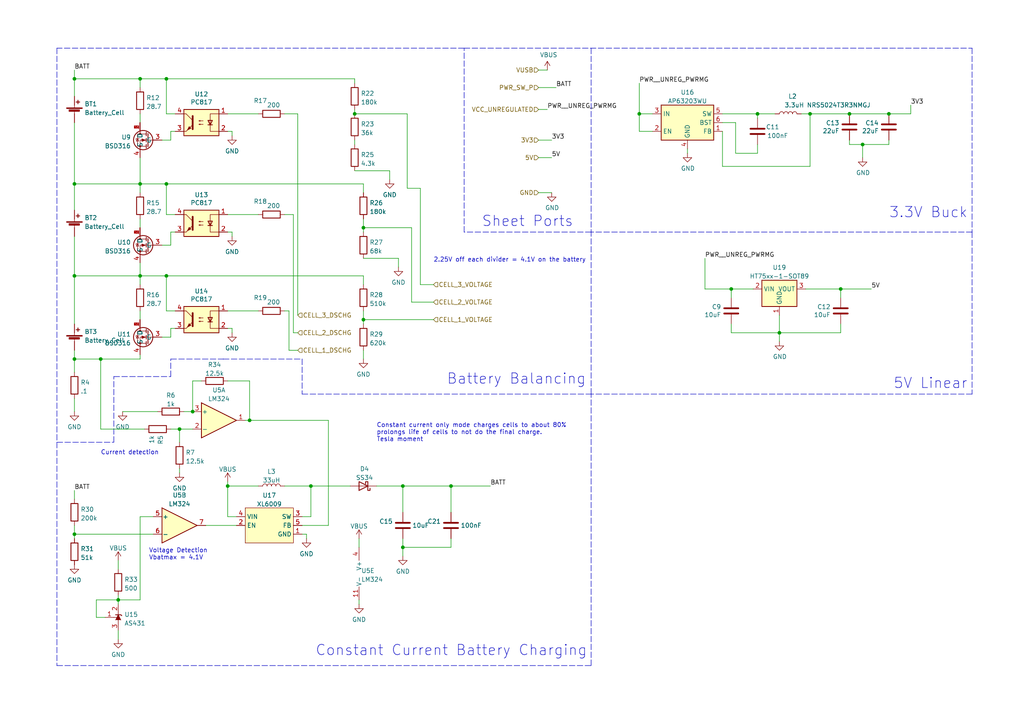
<source format=kicad_sch>
(kicad_sch (version 20211123) (generator eeschema)
  (paper "A4")
  (title_block (title "Power Managment") (date "2022-03-18") (comment 1 "Engineer/Draftsman: Joesphan Lu"))
  (lib_symbols
    (symbol "1KicadLib:AS431"
      (property "Reference" "U" (at -5.08 -3.81 0))
      (property "Value" "AS431" (at -7.62 6.35 0))
      (symbol "AS431_0_1"
        (polyline (pts (xy -0.762 -0.762) (xy 0 0.762) (xy 0.762 -0.762)) (fill (type outline)))
        (polyline (pts (xy 0 -1.27) (xy 0 0) (xy 0 1.27)))
        (polyline (pts (xy 1.016 0.508) (xy 0.762 0.762) (xy -0.762 0.762) (xy -0.762 0.762)) (stroke (width 0.254)))
      )
      (symbol "AS431_1_1"
        (polyline (pts (xy -1.27 0) (xy 0 0)))
        (pin passive line (at -3.81 0 0) (length 2.54) (name "") (number "1"))
        (pin passive line (at 0 3.81 270) (length 2.54) (name "") (number "2"))
        (pin passive line (at 0 -3.81 90) (length 2.54) (name "") (number "3"))
      )
    )
    (symbol "1KicadLib:BSD316"
      (property "Reference" "U" (at -5.08 -3.81 0))
      (property "Value" "BSD316" (at -7.62 6.35 0))
      (symbol "BSD316_0_1"
        (circle (center -0.889 0) (radius 2.794) (stroke (width 0.254)))
        (circle (center 0 -1.778) (radius 0.254) (fill (type outline)))
        (polyline (pts (xy -2.286 0) (xy -5.08 0)))
        (polyline (pts (xy -2.286 1.905) (xy -2.286 -1.905)) (stroke (width 0.254)))
        (polyline (pts (xy -1.778 -1.27) (xy -1.778 -2.286)) (stroke (width 0.254)))
        (polyline (pts (xy -1.778 0.508) (xy -1.778 -0.508)) (stroke (width 0.254)))
        (polyline (pts (xy -1.778 2.286) (xy -1.778 1.27)) (stroke (width 0.254)))
        (polyline (pts (xy 0 2.54) (xy 0 1.778)))
        (polyline (pts (xy 0 -2.54) (xy 0 0) (xy -1.778 0)))
        (polyline (pts (xy -1.778 -1.778) (xy 0.762 -1.778) (xy 0.762 1.778) (xy -1.778 1.778)))
        (polyline (pts (xy -1.524 0) (xy -0.508 0.381) (xy -0.508 -0.381) (xy -1.524 0)) (fill (type outline)))
        (polyline (pts (xy 0.254 0.508) (xy 0.381 0.381) (xy 1.143 0.381) (xy 1.27 0.254)))
        (polyline (pts (xy 0.762 0.381) (xy 0.381 -0.254) (xy 1.143 -0.254) (xy 0.762 0.381)))
        (circle (center 0 1.778) (radius 0.254) (fill (type outline)))
      )
      (symbol "BSD316_1_1"
        (pin passive line (at 0 5.08 270) (length 2.54) (name "D") (number "1"))
        (pin passive line (at 0 5.08 270) (length 2.54) (name "D") (number "2"))
        (pin input line (at -6.35 0 0) (length 2.54) (name "G") (number "3"))
        (pin passive line (at 0 -5.08 90) (length 2.54) (name "S") (number "4"))
        (pin passive line (at 0 5.08 270) (length 2.54) (name "D") (number "5"))
        (pin passive line (at 0 5.08 270) (length 2.54) (name "D") (number "6"))
      )
    )
    (symbol "1KicadLib:XL6009"
      (property "Reference" "U" (at -3.81 -2.54 0))
      (property "Value" "XL6009" (at 1.27 10.16 0))
      (symbol "XL6009_0_1"
        (rectangle (start -6.35 8.89) (end 7.62 -1.27) (stroke (width 0.1524)) (fill (type background)))
      )
      (symbol "XL6009_1_1"
        (pin input line (at 10.16 1.27 180) (length 2.54) (name "GND") (number "1"))
        (pin input line (at -8.89 3.81 0) (length 2.54) (name "EN") (number "2"))
        (pin input line (at 10.16 6.35 180) (length 2.54) (name "SW") (number "3"))
        (pin input line (at -8.89 6.35 0) (length 2.54) (name "VIN") (number "4"))
        (pin input line (at 10.16 3.81 180) (length 2.54) (name "FB") (number "5"))
      )
    )
    (symbol "Amplifier_Operational:LM324" (pin_names (offset 0.127))
      (property "Reference" "U" (at 0 5.08 0))
      (property "Value" "LM324" (at 0 -5.08 0))
      (symbol "LM324_1_1"
        (polyline (pts (xy -5.08 5.08) (xy 5.08 0) (xy -5.08 -5.08) (xy -5.08 5.08)) (stroke (width 0.254)) (fill (type background)))
        (pin output line (at 7.62 0 180) (length 2.54) (name "~") (number "1"))
        (pin input line (at -7.62 -2.54 0) (length 2.54) (name "-") (number "2"))
        (pin input line (at -7.62 2.54 0) (length 2.54) (name "+") (number "3"))
      )
      (symbol "LM324_2_1"
        (polyline (pts (xy -5.08 5.08) (xy 5.08 0) (xy -5.08 -5.08) (xy -5.08 5.08)) (stroke (width 0.254)) (fill (type background)))
        (pin input line (at -7.62 2.54 0) (length 2.54) (name "+") (number "5"))
        (pin input line (at -7.62 -2.54 0) (length 2.54) (name "-") (number "6"))
        (pin output line (at 7.62 0 180) (length 2.54) (name "~") (number "7"))
      )
      (symbol "LM324_3_1"
        (polyline (pts (xy -5.08 5.08) (xy 5.08 0) (xy -5.08 -5.08) (xy -5.08 5.08)) (stroke (width 0.254)) (fill (type background)))
        (pin input line (at -7.62 2.54 0) (length 2.54) (name "+") (number "10"))
        (pin output line (at 7.62 0 180) (length 2.54) (name "~") (number "8"))
        (pin input line (at -7.62 -2.54 0) (length 2.54) (name "-") (number "9"))
      )
      (symbol "LM324_4_1"
        (polyline (pts (xy -5.08 5.08) (xy 5.08 0) (xy -5.08 -5.08) (xy -5.08 5.08)) (stroke (width 0.254)) (fill (type background)))
        (pin input line (at -7.62 2.54 0) (length 2.54) (name "+") (number "12"))
        (pin input line (at -7.62 -2.54 0) (length 2.54) (name "-") (number "13"))
        (pin output line (at 7.62 0 180) (length 2.54) (name "~") (number "14"))
      )
      (symbol "LM324_5_1"
        (pin power_in line (at -2.54 -7.62 90) (length 3.81) (name "V-") (number "11"))
        (pin power_in line (at -2.54 7.62 270) (length 3.81) (name "V+") (number "4"))
      )
    )
    (symbol "Device:Battery_Cell" (pin_numbers hide) (pin_names (offset 0) hide)
      (property "Reference" "BT" (at 2.54 2.54 0))
      (property "Value" "Battery_Cell" (at 2.54 0 0))
      (symbol "Battery_Cell_0_1"
        (rectangle (start -2.286 1.778) (end 2.286 1.524) (fill (type outline)))
        (rectangle (start -1.5748 1.1938) (end 1.4732 0.6858) (fill (type outline)))
        (polyline (pts (xy 0 0.762) (xy 0 0)))
        (polyline (pts (xy 0 1.778) (xy 0 2.54)))
        (polyline (pts (xy 0.508 3.429) (xy 1.524 3.429)) (stroke (width 0.254)))
        (polyline (pts (xy 1.016 3.937) (xy 1.016 2.921)) (stroke (width 0.254)))
      )
      (symbol "Battery_Cell_1_1"
        (pin passive line (at 0 5.08 270) (length 2.54) (name "+") (number "1"))
        (pin passive line (at 0 -2.54 90) (length 2.54) (name "-") (number "2"))
      )
    )
    (symbol "Device:C" (pin_numbers hide) (pin_names (offset 0.254))
      (property "Reference" "C" (at 0.635 2.54 0))
      (property "Value" "C" (at 0.635 -2.54 0))
      (symbol "C_0_1"
        (polyline (pts (xy -2.032 -0.762) (xy 2.032 -0.762)) (stroke (width 0.508)))
        (polyline (pts (xy -2.032 0.762) (xy 2.032 0.762)) (stroke (width 0.508)))
      )
      (symbol "C_1_1"
        (pin passive line (at 0 3.81 270) (length 2.794) (name "~") (number "1"))
        (pin passive line (at 0 -3.81 90) (length 2.794) (name "~") (number "2"))
      )
    )
    (symbol "Device:D_Schottky" (pin_numbers hide) (pin_names (offset 1.016) hide)
      (property "Reference" "D" (at 0 2.54 0))
      (property "Value" "D_Schottky" (at 0 -2.54 0))
      (symbol "D_Schottky_0_1"
        (polyline (pts (xy 1.27 0) (xy -1.27 0)))
        (polyline (pts (xy 1.27 1.27) (xy 1.27 -1.27) (xy -1.27 0) (xy 1.27 1.27)) (stroke (width 0.254)))
        (polyline (pts (xy -1.905 0.635) (xy -1.905 1.27) (xy -1.27 1.27) (xy -1.27 -1.27) (xy -0.635 -1.27) (xy -0.635 -0.635)) (stroke (width 0.254)))
      )
      (symbol "D_Schottky_1_1"
        (pin passive line (at -3.81 0 0) (length 2.54) (name "K") (number "1"))
        (pin passive line (at 3.81 0 180) (length 2.54) (name "A") (number "2"))
      )
    )
    (symbol "Device:L" (pin_numbers hide) (pin_names (offset 1.016) hide)
      (property "Reference" "L" (at -1.27 0 90))
      (property "Value" "L" (at 1.905 0 90))
      (symbol "L_0_1"
        (arc (start 0 -2.54) (mid 0.635 -1.905) (end 0 -1.27))
        (arc (start 0 -1.27) (mid 0.635 -0.635) (end 0 0))
        (arc (start 0 0) (mid 0.635 0.635) (end 0 1.27))
        (arc (start 0 1.27) (mid 0.635 1.905) (end 0 2.54))
      )
      (symbol "L_1_1"
        (pin passive line (at 0 3.81 270) (length 1.27) (name "1") (number "1"))
        (pin passive line (at 0 -3.81 90) (length 1.27) (name "2") (number "2"))
      )
    )
    (symbol "Device:R" (pin_numbers hide) (pin_names (offset 0))
      (property "Reference" "R" (at 2.032 0 90))
      (property "Value" "R" (at 0 0 90))
      (symbol "R_0_1"
        (rectangle (start -1.016 -2.54) (end 1.016 2.54) (stroke (width 0.254)))
      )
      (symbol "R_1_1"
        (pin passive line (at 0 3.81 270) (length 1.27) (name "~") (number "1"))
        (pin passive line (at 0 -3.81 90) (length 1.27) (name "~") (number "2"))
      )
    )
    (symbol "Isolator:PC817" (pin_names (offset 1.016))
      (property "Reference" "U" (at -5.08 5.08 0))
      (property "Value" "PC817" (at 0 5.08 0))
      (symbol "PC817_0_1"
        (rectangle (start -5.08 3.81) (end 5.08 -3.81) (stroke (width 0.254)) (fill (type background)))
        (polyline (pts (xy -3.175 -0.635) (xy -1.905 -0.635)) (stroke (width 0.254)))
        (polyline (pts (xy 2.54 0.635) (xy 4.445 2.54)))
        (polyline (pts (xy 4.445 -2.54) (xy 2.54 -0.635)) (fill (type outline)))
        (polyline (pts (xy 4.445 -2.54) (xy 5.08 -2.54)))
        (polyline (pts (xy 4.445 2.54) (xy 5.08 2.54)))
        (polyline (pts (xy -5.08 2.54) (xy -2.54 2.54) (xy -2.54 -0.635)))
        (polyline (pts (xy -2.54 -0.635) (xy -2.54 -2.54) (xy -5.08 -2.54)))
        (polyline (pts (xy 2.54 1.905) (xy 2.54 -1.905) (xy 2.54 -1.905)) (stroke (width 0.508)))
        (polyline (pts (xy -2.54 -0.635) (xy -3.175 0.635) (xy -1.905 0.635) (xy -2.54 -0.635)) (stroke (width 0.254)))
        (polyline (pts (xy -0.508 -0.508) (xy 0.762 -0.508) (xy 0.381 -0.635) (xy 0.381 -0.381) (xy 0.762 -0.508)))
        (polyline (pts (xy -0.508 0.508) (xy 0.762 0.508) (xy 0.381 0.381) (xy 0.381 0.635) (xy 0.762 0.508)))
        (polyline (pts (xy 3.048 -1.651) (xy 3.556 -1.143) (xy 4.064 -2.159) (xy 3.048 -1.651) (xy 3.048 -1.651)) (fill (type outline)))
      )
      (symbol "PC817_1_1"
        (pin passive line (at -7.62 2.54 0) (length 2.54) (name "~") (number "1"))
        (pin passive line (at -7.62 -2.54 0) (length 2.54) (name "~") (number "2"))
        (pin passive line (at 7.62 -2.54 180) (length 2.54) (name "~") (number "3"))
        (pin passive line (at 7.62 2.54 180) (length 2.54) (name "~") (number "4"))
      )
    )
    (symbol "Regulator_Linear:HT75xx-1-SOT89"
      (property "Reference" "U" (at -5.08 -3.81 0))
      (property "Value" "HT75xx-1-SOT89" (at 0 6.35 0))
      (symbol "HT75xx-1-SOT89_0_1"
        (rectangle (start -5.08 5.08) (end 5.08 -2.54) (stroke (width 0.254)) (fill (type background)))
      )
      (symbol "HT75xx-1-SOT89_1_1"
        (pin power_in line (at 0 -5.08 90) (length 2.54) (name "GND") (number "1"))
        (pin power_in line (at -7.62 2.54 0) (length 2.54) (name "VIN") (number "2"))
        (pin power_out line (at 7.62 2.54 180) (length 2.54) (name "VOUT") (number "3"))
      )
    )
    (symbol "Regulator_Switching:AP63203WU"
      (property "Reference" "U" (at -7.62 6.35 0))
      (property "Value" "AP63203WU" (at 2.54 6.35 0))
      (symbol "AP63203WU_0_1"
        (rectangle (start -7.62 5.08) (end 7.62 -5.08) (stroke (width 0.254)) (fill (type background)))
      )
      (symbol "AP63203WU_1_1"
        (pin input line (at 10.16 -2.54 180) (length 2.54) (name "FB") (number "1"))
        (pin input line (at -10.16 -2.54 0) (length 2.54) (name "EN") (number "2"))
        (pin power_in line (at -10.16 2.54 0) (length 2.54) (name "IN") (number "3"))
        (pin power_in line (at 0 -7.62 90) (length 2.54) (name "GND") (number "4"))
        (pin output line (at 10.16 2.54 180) (length 2.54) (name "SW") (number "5"))
        (pin passive line (at 10.16 0 180) (length 2.54) (name "BST") (number "6"))
      )
    )
    (symbol "power:GND" (power) (pin_names (offset 0))
      (property "Value" "GND" (at 0 -3.81 0))
      (symbol "GND_0_1"
        (polyline (pts (xy 0 0) (xy 0 -1.27) (xy 1.27 -1.27) (xy 0 -2.54) (xy -1.27 -1.27) (xy 0 -1.27)))
      )
      (symbol "GND_1_1"
        (pin power_in line (at 0 0 270) (length 0) hide (name "GND") (number "1"))
      )
    )
    (symbol "power:VBUS" (power) (pin_names (offset 0))
      (property "Value" "VBUS" (at 0 3.81 0))
      (symbol "VBUS_0_1"
        (polyline (pts (xy -0.762 1.27) (xy 0 2.54)))
        (polyline (pts (xy 0 0) (xy 0 2.54)))
        (polyline (pts (xy 0 2.54) (xy 0.762 1.27)))
      )
      (symbol "VBUS_1_1"
        (pin power_in line (at 0 0 90) (length 0) hide (name "VBUS") (number "1"))
      )
    )
  )
  (junction (at 116.84 140.97))
  (junction (at 48.26 80.01))
  (junction (at 105.41 92.71))
  (junction (at 21.59 104.14))
  (junction (at 21.59 22.86))
  (junction (at 40.64 80.01))
  (junction (at 55.88 119.38))
  (junction (at 243.84 83.82))
  (junction (at 29.21 104.14))
  (junction (at 40.64 22.86))
  (junction (at 105.41 66.04))
  (junction (at 21.59 53.34))
  (junction (at 40.64 53.34))
  (junction (at 219.71 33.02))
  (junction (at 234.95 33.02))
  (junction (at 48.26 53.34))
  (junction (at 48.26 22.86))
  (junction (at 34.29 173.99))
  (junction (at 66.04 140.97))
  (junction (at 246.38 33.02))
  (junction (at 72.39 121.92))
  (junction (at 90.17 140.97))
  (junction (at 212.09 83.82))
  (junction (at 21.59 80.01))
  (junction (at 185.42 33.02))
  (junction (at 130.81 140.97))
  (junction (at 226.06 96.52))
  (junction (at 116.84 158.75))
  (junction (at 21.59 154.94))
  (junction (at 257.81 33.02))
  (junction (at 52.07 124.46))
  (junction (at 102.87 33.02))
  (junction (at 250.19 41.91))
  (wire (pts (xy 243.84 83.82) (xy 233.68 83.82)))
  (wire (pts (xy 40.64 104.14) (xy 40.64 102.87)))
  (wire (pts (xy 40.64 22.86) (xy 21.59 22.86)))
  (wire (pts (xy 88.9 154.94) (xy 87.63 154.94)))
  (wire (pts (xy 34.29 182.88) (xy 34.29 185.42)))
  (wire (pts (xy 209.55 48.26) (xy 234.95 48.26)))
  (wire (pts (xy 105.41 80.01) (xy 105.41 82.55)))
  (wire (pts (xy 130.81 156.21) (xy 130.81 158.75)))
  (polyline (pts (xy 281.94 13.97) (xy 281.94 67.31)))
  (wire (pts (xy 105.41 92.71) (xy 105.41 93.98)))
  (wire (pts (xy 264.16 33.02) (xy 257.81 33.02)))
  (wire (pts (xy 40.64 149.86) (xy 40.64 173.99)))
  (wire (pts (xy 21.59 115.57) (xy 21.59 119.38)))
  (wire (pts (xy 83.82 90.17) (xy 82.55 90.17)))
  (wire (pts (xy 204.47 74.93) (xy 204.47 83.82)))
  (wire (pts (xy 160.02 55.88) (xy 156.21 55.88)))
  (wire (pts (xy 21.59 104.14) (xy 21.59 107.95)))
  (wire (pts (xy 40.64 80.01) (xy 21.59 80.01)))
  (wire (pts (xy 199.39 43.18) (xy 199.39 44.45)))
  (wire (pts (xy 40.64 53.34) (xy 21.59 53.34)))
  (wire (pts (xy 58.42 110.49) (xy 55.88 110.49)))
  (wire (pts (xy 212.09 96.52) (xy 226.06 96.52)))
  (wire (pts (xy 105.41 63.5) (xy 105.41 66.04)))
  (wire (pts (xy 48.26 80.01) (xy 105.41 80.01)))
  (wire (pts (xy 35.56 119.38) (xy 45.72 119.38)))
  (wire (pts (xy 40.64 76.2) (xy 40.64 80.01)))
  (polyline (pts (xy 16.51 128.27) (xy 16.51 193.04)))
  (wire (pts (xy 21.59 53.34) (xy 21.59 60.96)))
  (polyline (pts (xy 64.77 104.14) (xy 64.77 104.14)))
  (wire (pts (xy 234.95 33.02) (xy 234.95 48.26)))
  (wire (pts (xy 21.59 22.86) (xy 21.59 27.94)))
  (wire (pts (xy 130.81 140.97) (xy 142.24 140.97)))
  (wire (pts (xy 21.59 80.01) (xy 21.59 93.98)))
  (wire (pts (xy 105.41 92.71) (xy 125.73 92.71)))
  (wire (pts (xy 121.92 54.61) (xy 118.11 54.61)))
  (wire (pts (xy 213.36 44.45) (xy 213.36 35.56)))
  (polyline (pts (xy 134.62 13.97) (xy 16.51 13.97)))
  (wire (pts (xy 88.9 156.21) (xy 88.9 154.94)))
  (wire (pts (xy 40.64 45.72) (xy 40.64 53.34)))
  (wire (pts (xy 104.14 175.26) (xy 104.14 173.99)))
  (wire (pts (xy 257.81 40.64) (xy 257.81 41.91)))
  (wire (pts (xy 48.26 90.17) (xy 50.8 90.17)))
  (wire (pts (xy 116.84 158.75) (xy 116.84 161.29)))
  (wire (pts (xy 125.73 82.55) (xy 121.92 82.55)))
  (wire (pts (xy 185.42 33.02) (xy 189.23 33.02)))
  (wire (pts (xy 226.06 96.52) (xy 226.06 99.06)))
  (wire (pts (xy 67.31 96.52) (xy 67.31 95.25)))
  (wire (pts (xy 226.06 96.52) (xy 226.06 91.44)))
  (polyline (pts (xy 171.45 67.31) (xy 134.62 67.31)))
  (wire (pts (xy 257.81 41.91) (xy 250.19 41.91)))
  (wire (pts (xy 95.25 121.92) (xy 72.39 121.92)))
  (wire (pts (xy 40.64 25.4) (xy 40.64 22.86)))
  (wire (pts (xy 52.07 124.46) (xy 49.53 124.46)))
  (wire (pts (xy 40.64 80.01) (xy 48.26 80.01)))
  (wire (pts (xy 246.38 41.91) (xy 250.19 41.91)))
  (wire (pts (xy 40.64 82.55) (xy 40.64 80.01)))
  (wire (pts (xy 66.04 90.17) (xy 74.93 90.17)))
  (wire (pts (xy 50.8 67.31) (xy 49.53 67.31)))
  (wire (pts (xy 234.95 33.02) (xy 232.41 33.02)))
  (wire (pts (xy 102.87 33.02) (xy 118.11 33.02)))
  (polyline (pts (xy 87.63 114.3) (xy 171.45 114.3)))
  (wire (pts (xy 55.88 124.46) (xy 52.07 124.46)))
  (wire (pts (xy 67.31 39.37) (xy 67.31 38.1)))
  (wire (pts (xy 90.17 149.86) (xy 87.63 149.86)))
  (wire (pts (xy 102.87 31.75) (xy 102.87 33.02)))
  (polyline (pts (xy 16.51 128.27) (xy 33.02 128.27)))
  (wire (pts (xy 52.07 135.89) (xy 52.07 137.16)))
  (wire (pts (xy 158.75 20.32) (xy 156.21 20.32)))
  (wire (pts (xy 48.26 33.02) (xy 50.8 33.02)))
  (polyline (pts (xy 171.45 193.04) (xy 171.45 114.3)))
  (wire (pts (xy 46.99 71.12) (xy 49.53 71.12)))
  (wire (pts (xy 86.36 101.6) (xy 83.82 101.6)))
  (wire (pts (xy 67.31 67.31) (xy 66.04 67.31)))
  (wire (pts (xy 243.84 86.36) (xy 243.84 83.82)))
  (wire (pts (xy 53.34 119.38) (xy 55.88 119.38)))
  (wire (pts (xy 156.21 25.4) (xy 161.29 25.4)))
  (wire (pts (xy 40.64 173.99) (xy 34.29 173.99)))
  (wire (pts (xy 212.09 86.36) (xy 212.09 83.82)))
  (wire (pts (xy 67.31 38.1) (xy 66.04 38.1)))
  (wire (pts (xy 29.21 104.14) (xy 40.64 104.14)))
  (wire (pts (xy 49.53 97.79) (xy 46.99 97.79)))
  (wire (pts (xy 40.64 22.86) (xy 48.26 22.86)))
  (wire (pts (xy 46.99 40.64) (xy 49.53 40.64)))
  (polyline (pts (xy 64.77 104.14) (xy 87.63 104.14)))
  (wire (pts (xy 40.64 33.02) (xy 40.64 35.56)))
  (wire (pts (xy 29.21 104.14) (xy 29.21 124.46)))
  (wire (pts (xy 85.09 96.52) (xy 86.36 96.52)))
  (wire (pts (xy 66.04 62.23) (xy 74.93 62.23)))
  (wire (pts (xy 156.21 45.72) (xy 160.02 45.72)))
  (polyline (pts (xy 16.51 13.97) (xy 16.51 128.27)))
  (wire (pts (xy 82.55 33.02) (xy 86.36 33.02)))
  (wire (pts (xy 49.53 38.1) (xy 49.53 40.64)))
  (wire (pts (xy 130.81 148.59) (xy 130.81 140.97)))
  (wire (pts (xy 48.26 22.86) (xy 102.87 22.86)))
  (wire (pts (xy 34.29 172.72) (xy 34.29 173.99)))
  (wire (pts (xy 185.42 24.13) (xy 185.42 33.02)))
  (wire (pts (xy 66.04 140.97) (xy 66.04 149.86)))
  (wire (pts (xy 66.04 149.86) (xy 68.58 149.86)))
  (wire (pts (xy 48.26 22.86) (xy 48.26 33.02)))
  (wire (pts (xy 66.04 110.49) (xy 72.39 110.49)))
  (wire (pts (xy 116.84 140.97) (xy 130.81 140.97)))
  (wire (pts (xy 72.39 121.92) (xy 71.12 121.92)))
  (wire (pts (xy 95.25 152.4) (xy 95.25 121.92)))
  (wire (pts (xy 90.17 140.97) (xy 101.6 140.97)))
  (polyline (pts (xy 281.94 67.31) (xy 281.94 114.3)))
  (wire (pts (xy 21.59 154.94) (xy 21.59 156.21)))
  (wire (pts (xy 34.29 173.99) (xy 34.29 175.26)))
  (wire (pts (xy 219.71 41.91) (xy 219.71 44.45)))
  (wire (pts (xy 246.38 40.64) (xy 246.38 41.91)))
  (wire (pts (xy 40.64 149.86) (xy 44.45 149.86)))
  (wire (pts (xy 113.03 49.53) (xy 113.03 52.07)))
  (polyline (pts (xy 49.53 104.14) (xy 64.77 104.14)))
  (wire (pts (xy 116.84 148.59) (xy 116.84 140.97)))
  (wire (pts (xy 21.59 142.24) (xy 21.59 144.78)))
  (wire (pts (xy 105.41 90.17) (xy 105.41 92.71)))
  (wire (pts (xy 212.09 93.98) (xy 212.09 96.52)))
  (wire (pts (xy 90.17 140.97) (xy 82.55 140.97)))
  (wire (pts (xy 219.71 33.02) (xy 219.71 34.29)))
  (wire (pts (xy 34.29 162.56) (xy 34.29 165.1)))
  (wire (pts (xy 209.55 33.02) (xy 219.71 33.02)))
  (wire (pts (xy 66.04 140.97) (xy 74.93 140.97)))
  (wire (pts (xy 116.84 158.75) (xy 130.81 158.75)))
  (wire (pts (xy 102.87 40.64) (xy 102.87 41.91)))
  (polyline (pts (xy 171.45 13.97) (xy 171.45 67.31)))
  (wire (pts (xy 40.64 63.5) (xy 40.64 66.04)))
  (wire (pts (xy 115.57 74.93) (xy 115.57 77.47)))
  (wire (pts (xy 105.41 53.34) (xy 105.41 55.88)))
  (wire (pts (xy 41.91 124.46) (xy 29.21 124.46)))
  (wire (pts (xy 118.11 54.61) (xy 118.11 33.02)))
  (wire (pts (xy 109.22 140.97) (xy 116.84 140.97)))
  (wire (pts (xy 90.17 149.86) (xy 90.17 140.97)))
  (wire (pts (xy 160.02 40.64) (xy 156.21 40.64)))
  (wire (pts (xy 116.84 156.21) (xy 116.84 158.75)))
  (polyline (pts (xy 16.51 193.04) (xy 171.45 193.04)))
  (wire (pts (xy 48.26 80.01) (xy 48.26 90.17)))
  (wire (pts (xy 40.64 55.88) (xy 40.64 53.34)))
  (wire (pts (xy 104.14 156.21) (xy 104.14 158.75)))
  (wire (pts (xy 21.59 152.4) (xy 21.59 154.94)))
  (wire (pts (xy 27.94 179.07) (xy 27.94 173.99)))
  (wire (pts (xy 119.38 66.04) (xy 119.38 87.63)))
  (wire (pts (xy 48.26 62.23) (xy 50.8 62.23)))
  (wire (pts (xy 219.71 33.02) (xy 224.79 33.02)))
  (wire (pts (xy 102.87 24.13) (xy 102.87 22.86)))
  (polyline (pts (xy 87.63 104.14) (xy 87.63 114.3)))
  (polyline (pts (xy 33.02 109.22) (xy 49.53 109.22)))
  (wire (pts (xy 21.59 154.94) (xy 44.45 154.94)))
  (wire (pts (xy 50.8 95.25) (xy 49.53 95.25)))
  (wire (pts (xy 49.53 95.25) (xy 49.53 97.79)))
  (wire (pts (xy 49.53 67.31) (xy 49.53 71.12)))
  (wire (pts (xy 40.64 90.17) (xy 40.64 92.71)))
  (wire (pts (xy 55.88 110.49) (xy 55.88 119.38)))
  (wire (pts (xy 66.04 33.02) (xy 74.93 33.02)))
  (polyline (pts (xy 49.53 109.22) (xy 49.53 104.14)))
  (wire (pts (xy 59.69 152.4) (xy 68.58 152.4)))
  (wire (pts (xy 21.59 104.14) (xy 29.21 104.14)))
  (wire (pts (xy 72.39 110.49) (xy 72.39 121.92)))
  (wire (pts (xy 243.84 96.52) (xy 226.06 96.52)))
  (wire (pts (xy 48.26 53.34) (xy 48.26 62.23)))
  (wire (pts (xy 243.84 83.82) (xy 252.73 83.82)))
  (wire (pts (xy 113.03 49.53) (xy 102.87 49.53)))
  (polyline (pts (xy 33.02 128.27) (xy 33.02 109.22)))
  (wire (pts (xy 264.16 30.48) (xy 264.16 33.02)))
  (wire (pts (xy 21.59 101.6) (xy 21.59 104.14)))
  (wire (pts (xy 27.94 173.99) (xy 34.29 173.99)))
  (wire (pts (xy 156.21 31.75) (xy 158.75 31.75)))
  (wire (pts (xy 21.59 20.32) (xy 21.59 22.86)))
  (wire (pts (xy 246.38 33.02) (xy 257.81 33.02)))
  (wire (pts (xy 83.82 101.6) (xy 83.82 90.17)))
  (wire (pts (xy 86.36 33.02) (xy 86.36 91.44)))
  (wire (pts (xy 219.71 44.45) (xy 213.36 44.45)))
  (wire (pts (xy 67.31 68.58) (xy 67.31 67.31)))
  (wire (pts (xy 243.84 93.98) (xy 243.84 96.52)))
  (wire (pts (xy 204.47 83.82) (xy 212.09 83.82)))
  (wire (pts (xy 212.09 83.82) (xy 218.44 83.82)))
  (wire (pts (xy 85.09 62.23) (xy 85.09 96.52)))
  (wire (pts (xy 48.26 53.34) (xy 105.41 53.34)))
  (polyline (pts (xy 281.94 67.31) (xy 171.45 67.31)))
  (wire (pts (xy 105.41 101.6) (xy 105.41 104.14)))
  (wire (pts (xy 82.55 62.23) (xy 85.09 62.23)))
  (wire (pts (xy 209.55 38.1) (xy 209.55 48.26)))
  (polyline (pts (xy 134.62 67.31) (xy 134.62 13.97)))
  (wire (pts (xy 115.57 74.93) (xy 105.41 74.93)))
  (wire (pts (xy 250.19 45.72) (xy 250.19 41.91)))
  (wire (pts (xy 234.95 33.02) (xy 246.38 33.02)))
  (wire (pts (xy 185.42 33.02) (xy 185.42 38.1)))
  (wire (pts (xy 52.07 124.46) (xy 52.07 128.27)))
  (wire (pts (xy 105.41 66.04) (xy 105.41 67.31)))
  (polyline (pts (xy 171.45 114.3) (xy 171.45 67.31)))
  (wire (pts (xy 189.23 38.1) (xy 185.42 38.1)))
  (wire (pts (xy 119.38 87.63) (xy 125.73 87.63)))
  (wire (pts (xy 66.04 139.7) (xy 66.04 140.97)))
  (wire (pts (xy 21.59 35.56) (xy 21.59 53.34)))
  (wire (pts (xy 67.31 95.25) (xy 66.04 95.25)))
  (polyline (pts (xy 281.94 114.3) (xy 171.45 114.3)))
  (wire (pts (xy 50.8 38.1) (xy 49.53 38.1)))
  (wire (pts (xy 30.48 179.07) (xy 27.94 179.07)))
  (wire (pts (xy 105.41 66.04) (xy 119.38 66.04)))
  (wire (pts (xy 87.63 152.4) (xy 95.25 152.4)))
  (wire (pts (xy 213.36 35.56) (xy 209.55 35.56)))
  (polyline (pts (xy 134.62 13.97) (xy 281.94 13.97)))
  (wire (pts (xy 121.92 82.55) (xy 121.92 54.61)))
  (wire (pts (xy 40.64 53.34) (xy 48.26 53.34)))
  (wire (pts (xy 21.59 68.58) (xy 21.59 80.01)))
  (text "2.25V off each divider = 4.1V on the battery" (at 125.73 76.2 0) (effects (font (size 1.27 1.27)) (justify left bottom)))
  (text "Constant current only mode charges cells to about 80%\nprolongs life of cells to not do the final charge.\nTesla moment" (at 109.22 128.27 0) (effects (font (size 1.27 1.27)) (justify left bottom)))
  (text "Sheet Ports\n" (at 139.7 66.04 0) (effects (font (size 3 3)) (justify left bottom)))
  (text "Battery Balancing" (at 129.54 111.76 0) (effects (font (size 3 3)) (justify left bottom)))
  (text "3.3V Buck" (at 257.81 63.5 0) (effects (font (size 3 3)) (justify left bottom)))
  (text "Current detection" (at 29.21 132.08 0) (effects (font (size 1.27 1.27)) (justify left bottom)))
  (text "5V Linear" (at 259.08 113.03 0) (effects (font (size 3 3)) (justify left bottom)))
  (text "Voltage Detection\nVbatmax = 4.1V" (at 43.18 162.56 0) (effects (font (size 1.27 1.27)) (justify left bottom)))
  (text "Constant Current Battery Charging" (at 91.44 190.5 0) (effects (font (size 3 3)) (justify left bottom)))
  (label "PWR__UNREG_PWRMG" (at 158.75 31.75 0))
  (label "BATT" (at 21.59 20.32 0))
  (label "PWR__UNREG_PWRMG" (at 185.42 24.13 0))
  (label "BATT" (at 21.59 142.24 0))
  (label "BATT" (at 142.24 140.97 0))
  (label "PWR__UNREG_PWRMG" (at 204.47 74.93 0))
  (label "5V" (at 160.02 45.72 0))
  (label "3V3" (at 264.16 30.48 0))
  (label "BATT" (at 161.29 25.4 0))
  (label "5V" (at 252.73 83.82 0))
  (label "3V3" (at 160.02 40.64 0))
  (hierarchical_label "PWR_SW_P" (shape input) (at 156.21 25.4 180))
  (hierarchical_label "VCC_UNREGULATED" (shape input) (at 156.21 31.75 180))
  (hierarchical_label "5V" (shape input) (at 156.21 45.72 180))
  (hierarchical_label "GND" (shape input) (at 156.21 55.88 180))
  (hierarchical_label "CELL_2_VOLTAGE" (shape input) (at 125.73 87.63 0))
  (hierarchical_label "CELL_3_VOLTAGE" (shape input) (at 125.73 82.55 0))
  (hierarchical_label "VUSB" (shape input) (at 156.21 20.32 180))
  (hierarchical_label "CELL_2_DSCHG" (shape input) (at 86.36 96.52 0))
  (hierarchical_label "CELL_1_VOLTAGE" (shape input) (at 125.73 92.71 0))
  (hierarchical_label "CELL_3_DSCHG" (shape input) (at 86.36 91.44 0))
  (hierarchical_label "CELL_1_DSCHG" (shape input) (at 86.36 101.6 0))
  (hierarchical_label "3V3" (shape input) (at 156.21 40.64 180))
  (symbol (lib_id "power:GND") (at 67.31 39.37 0) (unit 1)
    (property "Reference" "#PWR0158" (effects hide))
    (property "Value" "GND" (at 67.31 43.8134 0))
  )
  (symbol (lib_id "Device:C") (at 243.84 90.17 0) (mirror y) (unit 1)
    (property "Reference" "C12" (at 240.919 89.0016 0) (effects (justify left)))
    (property "Value" "10uF" (at 240.919 91.313 0) (effects (justify left)))
    (property "Footprint" "Capacitor_SMD:C_0805_2012Metric_Pad1.18x1.45mm_HandSolder" (effects hide))
  )
  (symbol (lib_id "Device:R") (at 105.41 71.12 0) (unit 1)
    (property "Reference" "R27" (at 107.188 70.2853 0) (effects (justify left)))
    (property "Value" "68k" (at 107.188 72.8222 0) (effects (justify left)))
    (property "Footprint" "Resistor_SMD:R_0805_2012Metric_Pad1.20x1.40mm_HandSolder" (effects hide))
  )
  (symbol (lib_id "Device:C") (at 257.81 36.83 0) (mirror y) (unit 1)
    (property "Reference" "C14" (at 254.889 35.6616 0) (effects (justify left)))
    (property "Value" "22uF" (at 254.889 37.973 0) (effects (justify left)))
    (property "Footprint" "Capacitor_SMD:C_0805_2012Metric_Pad1.18x1.45mm_HandSolder" (effects hide))
  )
  (symbol (lib_id "Device:C") (at 219.71 38.1 0) (mirror y) (unit 1)
    (property "Reference" "C11" (at 226.06 36.83 0) (effects (justify left)))
    (property "Value" "100nF" (at 228.6 39.37 0) (effects (justify left)))
    (property "Footprint" "Capacitor_SMD:C_0805_2012Metric_Pad1.18x1.45mm_HandSolder" (effects hide))
  )
  (symbol (lib_id "Device:R") (at 102.87 27.94 0) (unit 1)
    (property "Reference" "R22" (at 104.648 27.1053 0) (effects (justify left)))
    (property "Value" "180k" (at 104.648 29.6422 0) (effects (justify left)))
    (property "Footprint" "Resistor_SMD:R_0805_2012Metric_Pad1.20x1.40mm_HandSolder" (effects hide))
  )
  (symbol (lib_id "Device:C") (at 130.81 152.4 0) (mirror y) (unit 1)
    (property "Reference" "C21" (at 127.889 151.2316 0) (effects (justify left)))
    (property "Value" "100nF" (at 139.7 152.4 0) (effects (justify left)))
    (property "Footprint" "Capacitor_SMD:C_0805_2012Metric_Pad1.18x1.45mm_HandSolder" (effects hide))
  )
  (symbol (lib_id "Regulator_Linear:HT75xx-1-SOT89") (at 226.06 86.36 0) (unit 1)
    (property "Reference" "U19" (at 226.06 77.5802 0))
    (property "Value" "HT75xx-1-SOT89" (at 226.06 80.1171 0))
    (property "Footprint" "Package_TO_SOT_SMD:SOT-89-3" (effects hide))
    (property "Datasheet" "https://www.holtek.com/documents/10179/116711/HT75xx-1v250.pdf" (effects hide))
  )
  (symbol (lib_id "Device:C") (at 116.84 152.4 0) (mirror y) (unit 1)
    (property "Reference" "C15" (at 113.919 151.2316 0) (effects (justify left)))
    (property "Value" "10uF" (at 124.46 152.4 0) (effects (justify left)))
    (property "Footprint" "Capacitor_SMD:C_0805_2012Metric_Pad1.18x1.45mm_HandSolder" (effects hide))
  )
  (symbol (lib_id "1KicadLib:XL6009") (at 77.47 156.21 0) (unit 1)
    (property "Reference" "U17" (at 78.105 143.671 0))
    (property "Value" "XL6009" (at 78.105 146.2079 0))
    (property "Footprint" "Package_TO_SOT_SMD:TO-263-5_TabPin3" (effects hide))
  )
  (symbol (lib_id "1KicadLib:BSD316") (at 40.64 97.79 0) (mirror y) (unit 1)
    (property "Reference" "U11" (at 37.9731 96.9553 0) (effects (justify left)))
    (property "Value" "BSD316" (at 37.9731 99.4922 0) (effects (justify left)))
    (property "Footprint" "Package_TO_SOT_SMD:SOT-363_SC-70-6_Handsoldering" (effects hide))
  )
  (symbol (lib_id "Device:D_Schottky") (at 105.41 140.97 180) (unit 1)
    (property "Reference" "D4" (at 105.7275 136.0002 0))
    (property "Value" "SS34" (at 105.7275 138.5371 0))
    (property "Footprint" "Diode_SMD:D_SMA_Handsoldering" (effects hide))
  )
  (symbol (lib_id "power:GND") (at 21.59 163.83 0) (unit 1)
    (property "Reference" "#PWR0166" (effects hide))
    (property "Value" "GND" (at 21.59 168.2734 0))
  )
  (symbol (lib_id "Device:R") (at 102.87 45.72 0) (unit 1)
    (property "Reference" "R25" (at 104.648 44.8853 0) (effects (justify left)))
    (property "Value" "4.3k" (at 104.648 47.4222 0) (effects (justify left)))
    (property "Footprint" "Resistor_SMD:R_0805_2012Metric_Pad1.20x1.40mm_HandSolder" (effects hide))
  )
  (symbol (lib_id "Isolator:PC817") (at 58.42 64.77 0) (mirror y) (unit 1)
    (property "Reference" "U13" (at 58.42 56.515 0))
    (property "Value" "PC817" (at 58.42 58.8264 0))
    (property "Footprint" "Package_DIP:DIP-4_W7.62mm" (effects hide))
    (property "Datasheet" "http://www.soselectronic.cz/a_info/resource/d/pc817.pdf" (effects hide))
  )
  (symbol (lib_id "power:GND") (at 67.31 68.58 0) (unit 1)
    (property "Reference" "#PWR0155" (effects hide))
    (property "Value" "GND" (at 67.31 73.0234 0))
  )
  (symbol (lib_id "1KicadLib:BSD316") (at 40.64 40.64 0) (mirror y) (unit 1)
    (property "Reference" "U9" (at 37.9731 39.8053 0) (effects (justify left)))
    (property "Value" "BSD316" (at 37.9731 42.3422 0) (effects (justify left)))
    (property "Footprint" "Package_TO_SOT_SMD:SOT-363_SC-70-6_Handsoldering" (effects hide))
  )
  (symbol (lib_id "1KicadLib:AS431") (at 34.29 179.07 0) (unit 1)
    (property "Reference" "U15" (at 36.068 178.2353 0) (effects (justify left)))
    (property "Value" "AS431" (at 36.068 180.7722 0) (effects (justify left)))
    (property "Footprint" "Package_TO_SOT_SMD:SOT-23-5_HandSoldering" (effects hide))
  )
  (symbol (lib_id "Device:L") (at 78.74 140.97 90) (unit 1)
    (property "Reference" "L3" (at 78.74 136.7622 90))
    (property "Value" "33uH" (at 78.74 139.2991 90))
    (property "Footprint" "Inductor_SMD:L_10.4x10.4_H4.8" (effects hide))
  )
  (symbol (lib_id "Amplifier_Operational:LM324") (at 106.68 166.37 0) (unit 5)
    (property "Reference" "U5" (at 104.775 165.5353 0) (effects (justify left)))
    (property "Value" "LM324" (at 104.775 168.0722 0) (effects (justify left)))
    (property "Footprint" "Package_SO:SOIC-14_3.9x8.7mm_P1.27mm" (effects hide))
    (property "Datasheet" "http://www.ti.com/lit/ds/symlink/lm2902-n.pdf" (effects hide))
  )
  (symbol (lib_id "Device:R") (at 34.29 168.91 0) (unit 1)
    (property "Reference" "R33" (at 36.068 168.0753 0) (effects (justify left)))
    (property "Value" "500" (at 36.068 170.6122 0) (effects (justify left)))
    (property "Footprint" "Resistor_SMD:R_0805_2012Metric_Pad1.20x1.40mm_HandSolder" (effects hide))
  )
  (symbol (lib_id "Device:R") (at 105.41 59.69 0) (unit 1)
    (property "Reference" "R26" (at 107.188 58.8553 0) (effects (justify left)))
    (property "Value" "180k" (at 107.188 61.3922 0) (effects (justify left)))
    (property "Footprint" "Resistor_SMD:R_0805_2012Metric_Pad1.20x1.40mm_HandSolder" (effects hide))
  )
  (symbol (lib_id "power:VBUS") (at 66.04 139.7 0) (unit 1)
    (property "Reference" "#PWR0165" (effects hide))
    (property "Value" "VBUS" (at 66.04 136.1242 0))
  )
  (symbol (lib_id "power:GND") (at 67.31 96.52 0) (unit 1)
    (property "Reference" "#PWR0172" (effects hide))
    (property "Value" "GND" (at 67.31 100.9634 0))
  )
  (symbol (lib_id "Amplifier_Operational:LM324") (at 52.07 152.4 0) (unit 2)
    (property "Reference" "U5" (at 52.07 143.6202 0))
    (property "Value" "LM324" (at 52.07 146.1571 0))
    (property "Footprint" "Package_SO:SOIC-14_3.9x8.7mm_P1.27mm" (effects hide))
    (property "Datasheet" "http://www.ti.com/lit/ds/symlink/lm2902-n.pdf" (effects hide))
  )
  (symbol (lib_id "Device:R") (at 21.59 148.59 0) (unit 1)
    (property "Reference" "R30" (at 23.368 147.7553 0) (effects (justify left)))
    (property "Value" "200k" (at 23.368 150.2922 0) (effects (justify left)))
    (property "Footprint" "Resistor_SMD:R_0805_2012Metric_Pad1.20x1.40mm_HandSolder" (effects hide))
  )
  (symbol (lib_id "power:GND") (at 160.02 55.88 0) (unit 1)
    (property "Reference" "#PWR0164" (effects hide))
    (property "Value" "GND" (at 160.147 60.2742 0))
  )
  (symbol (lib_id "Device:R") (at 78.74 90.17 90) (unit 1)
    (property "Reference" "R19" (at 77.47 86.36 90) (effects (justify left)))
    (property "Value" "200" (at 81.28 87.63 90) (effects (justify left)))
    (property "Footprint" "Resistor_SMD:R_0805_2012Metric_Pad1.20x1.40mm_HandSolder" (effects hide))
  )
  (symbol (lib_id "Device:R") (at 78.74 62.23 90) (unit 1)
    (property "Reference" "R18" (at 77.47 58.42 90) (effects (justify left)))
    (property "Value" "200" (at 81.28 59.69 90) (effects (justify left)))
    (property "Footprint" "Resistor_SMD:R_0805_2012Metric_Pad1.20x1.40mm_HandSolder" (effects hide))
  )
  (symbol (lib_id "Device:R") (at 49.53 119.38 270) (unit 1)
    (property "Reference" "R6" (at 49.53 114.6642 90))
    (property "Value" "1k" (at 49.53 117.2011 90))
    (property "Footprint" "Resistor_SMD:R_0805_2012Metric_Pad1.20x1.40mm_HandSolder" (effects hide))
  )
  (symbol (lib_id "Regulator_Switching:AP63203WU") (at 199.39 35.56 0) (unit 1)
    (property "Reference" "U16" (at 199.39 26.7802 0))
    (property "Value" "AP63203WU" (at 199.39 29.3171 0))
    (property "Footprint" "Package_TO_SOT_SMD:TSOT-23-6" (effects hide))
    (property "Datasheet" "https://www.diodes.com/assets/Datasheets/AP63200-AP63201-AP63203-AP63205.pdf" (effects hide))
  )
  (symbol (lib_id "Device:R") (at 105.41 97.79 0) (unit 1)
    (property "Reference" "R29" (at 107.188 96.9553 0) (effects (justify left)))
    (property "Value" "620k" (at 107.188 99.4922 0) (effects (justify left)))
    (property "Footprint" "Resistor_SMD:R_0805_2012Metric_Pad1.20x1.40mm_HandSolder" (effects hide))
  )
  (symbol (lib_id "power:GND") (at 116.84 161.29 0) (unit 1)
    (property "Reference" "#PWR0156" (effects hide))
    (property "Value" "GND" (at 116.84 165.7334 0))
  )
  (symbol (lib_id "1KicadLib:BSD316") (at 40.64 71.12 0) (mirror y) (unit 1)
    (property "Reference" "U10" (at 37.9731 70.2853 0) (effects (justify left)))
    (property "Value" "BSD316" (at 37.9731 72.8222 0) (effects (justify left)))
    (property "Footprint" "Package_TO_SOT_SMD:SOT-363_SC-70-6_Handsoldering" (effects hide))
  )
  (symbol (lib_id "power:GND") (at 88.9 156.21 0) (unit 1)
    (property "Reference" "#PWR0174" (effects hide))
    (property "Value" "GND" (at 88.9 160.6534 0))
  )
  (symbol (lib_id "power:GND") (at 105.41 104.14 0) (unit 1)
    (property "Reference" "#PWR0177" (effects hide))
    (property "Value" "GND" (at 105.41 108.5834 0))
  )
  (symbol (lib_id "power:GND") (at 250.19 45.72 0) (unit 1)
    (property "Reference" "#PWR0110" (effects hide))
    (property "Value" "GND" (at 250.317 50.1142 0))
  )
  (symbol (lib_id "Device:C") (at 212.09 90.17 0) (mirror y) (unit 1)
    (property "Reference" "C9" (at 209.169 89.0016 0) (effects (justify left)))
    (property "Value" "10uF" (at 209.169 91.313 0) (effects (justify left)))
    (property "Footprint" "Capacitor_SMD:C_0805_2012Metric_Pad1.18x1.45mm_HandSolder" (effects hide))
  )
  (symbol (lib_id "power:GND") (at 104.14 175.26 0) (unit 1)
    (property "Reference" "#PWR0159" (effects hide))
    (property "Value" "GND" (at 104.14 179.7034 0))
  )
  (symbol (lib_id "power:GND") (at 52.07 137.16 0) (unit 1)
    (property "Reference" "#PWR0179" (effects hide))
    (property "Value" "GND" (at 52.07 141.6034 0))
  )
  (symbol (lib_id "Device:R") (at 78.74 33.02 90) (unit 1)
    (property "Reference" "R17" (at 77.47 29.21 90) (effects (justify left)))
    (property "Value" "200" (at 81.28 30.48 90) (effects (justify left)))
    (property "Footprint" "Resistor_SMD:R_0805_2012Metric_Pad1.20x1.40mm_HandSolder" (effects hide))
  )
  (symbol (lib_id "Device:C") (at 246.38 36.83 0) (mirror y) (unit 1)
    (property "Reference" "C13" (at 243.459 35.6616 0) (effects (justify left)))
    (property "Value" "22uF" (at 243.459 37.973 0) (effects (justify left)))
    (property "Footprint" "Capacitor_SMD:C_0805_2012Metric_Pad1.18x1.45mm_HandSolder" (effects hide))
  )
  (symbol (lib_id "Device:R") (at 102.87 36.83 0) (unit 1)
    (property "Reference" "R23" (at 104.648 35.9953 0) (effects (justify left)))
    (property "Value" "36k" (at 104.648 38.5322 0) (effects (justify left)))
    (property "Footprint" "Resistor_SMD:R_0805_2012Metric_Pad1.20x1.40mm_HandSolder" (effects hide))
  )
  (symbol (lib_id "Device:R") (at 45.72 124.46 270) (unit 1)
    (property "Reference" "R5" (at 46.5547 126.238 0) (effects (justify left)))
    (property "Value" "1k" (at 44.0178 126.238 0) (effects (justify left)))
    (property "Footprint" "Resistor_SMD:R_0805_2012Metric_Pad1.20x1.40mm_HandSolder" (effects hide))
  )
  (symbol (lib_id "power:VBUS") (at 158.75 20.32 0) (unit 1)
    (property "Reference" "#PWR0162" (effects hide))
    (property "Value" "VBUS" (at 159.131 15.9258 0))
  )
  (symbol (lib_id "Device:R") (at 105.41 86.36 0) (unit 1)
    (property "Reference" "R28" (at 107.188 85.5253 0) (effects (justify left)))
    (property "Value" "510k" (at 107.188 88.0622 0) (effects (justify left)))
    (property "Footprint" "Resistor_SMD:R_0805_2012Metric_Pad1.20x1.40mm_HandSolder" (effects hide))
  )
  (symbol (lib_id "power:VBUS") (at 104.14 156.21 0) (unit 1)
    (property "Reference" "#PWR0157" (effects hide))
    (property "Value" "VBUS" (at 104.14 152.6342 0))
  )
  (symbol (lib_id "Amplifier_Operational:LM324") (at 63.5 121.92 0) (unit 1)
    (property "Reference" "U5" (at 63.5 113.1402 0))
    (property "Value" "LM324" (at 63.5 115.6771 0))
    (property "Footprint" "Package_SO:SOIC-14_3.9x8.7mm_P1.27mm" (effects hide))
    (property "Datasheet" "http://www.ti.com/lit/ds/symlink/lm2902-n.pdf" (effects hide))
  )
  (symbol (lib_id "Isolator:PC817") (at 58.42 92.71 0) (mirror y) (unit 1)
    (property "Reference" "U14" (at 58.42 84.455 0))
    (property "Value" "PC817" (at 58.42 86.7664 0))
    (property "Footprint" "Package_DIP:DIP-4_W7.62mm" (effects hide))
    (property "Datasheet" "http://www.soselectronic.cz/a_info/resource/d/pc817.pdf" (effects hide))
  )
  (symbol (lib_id "Device:Battery_Cell") (at 21.59 99.06 0) (unit 1)
    (property "Reference" "BT3" (at 24.511 96.1933 0) (effects (justify left)))
    (property "Value" "Battery_Cell" (at 24.511 98.7302 0) (effects (justify left)))
    (property "Footprint" "Connector_PinHeader_2.54mm:PinHeader_1x02_P2.54mm_Vertical" (effects hide))
  )
  (symbol (lib_id "power:VBUS") (at 34.29 162.56 0) (unit 1)
    (property "Reference" "#PWR0167" (effects hide))
    (property "Value" "VBUS" (at 34.29 158.9842 0))
  )
  (symbol (lib_id "Device:R") (at 21.59 111.76 180) (unit 1)
    (property "Reference" "R4" (at 23.368 110.9253 0) (effects (justify right)))
    (property "Value" ".1" (at 23.368 113.4622 0) (effects (justify right)))
    (property "Footprint" "Resistor_SMD:R_1206_3216Metric_Pad1.30x1.75mm_HandSolder" (effects hide))
  )
  (symbol (lib_id "Device:R") (at 40.64 86.36 0) (unit 1)
    (property "Reference" "R16" (at 42.418 85.5253 0) (effects (justify left)))
    (property "Value" "28.7" (at 42.418 88.0622 0) (effects (justify left)))
    (property "Footprint" "Resistor_SMD:R_2512_6332Metric_Pad1.40x3.35mm_HandSolder" (effects hide))
  )
  (symbol (lib_id "Device:R") (at 62.23 110.49 90) (unit 1)
    (property "Reference" "R34" (at 62.23 105.7742 90))
    (property "Value" "12.5k" (at 62.23 108.3111 90))
    (property "Footprint" "Resistor_SMD:R_0805_2012Metric_Pad1.20x1.40mm_HandSolder" (effects hide))
  )
  (symbol (lib_id "Device:R") (at 21.59 160.02 0) (unit 1)
    (property "Reference" "R31" (at 23.368 159.1853 0) (effects (justify left)))
    (property "Value" "51k" (at 23.368 161.7222 0) (effects (justify left)))
    (property "Footprint" "Resistor_SMD:R_0805_2012Metric_Pad1.20x1.40mm_HandSolder" (effects hide))
  )
  (symbol (lib_id "Device:R") (at 40.64 29.21 0) (unit 1)
    (property "Reference" "R12" (at 42.418 28.3753 0) (effects (justify left)))
    (property "Value" "28.7" (at 42.418 30.9122 0) (effects (justify left)))
    (property "Footprint" "Resistor_SMD:R_2512_6332Metric_Pad1.40x3.35mm_HandSolder" (effects hide))
  )
  (symbol (lib_id "power:GND") (at 199.39 44.45 0) (unit 1)
    (property "Reference" "#PWR0105" (effects hide))
    (property "Value" "GND" (at 199.517 48.8442 0))
  )
  (symbol (lib_id "Device:R") (at 40.64 59.69 0) (unit 1)
    (property "Reference" "R15" (at 42.418 58.8553 0) (effects (justify left)))
    (property "Value" "28.7" (at 42.418 61.3922 0) (effects (justify left)))
    (property "Footprint" "Resistor_SMD:R_2512_6332Metric_Pad1.40x3.35mm_HandSolder" (effects hide))
  )
  (symbol (lib_id "Device:Battery_Cell") (at 21.59 66.04 0) (unit 1)
    (property "Reference" "BT2" (at 24.511 63.1733 0) (effects (justify left)))
    (property "Value" "Battery_Cell" (at 24.511 65.7102 0) (effects (justify left)))
    (property "Footprint" "Connector_PinHeader_2.54mm:PinHeader_1x02_P2.54mm_Vertical" (effects hide))
  )
  (symbol (lib_id "Isolator:PC817") (at 58.42 35.56 0) (mirror y) (unit 1)
    (property "Reference" "U12" (at 58.42 27.305 0))
    (property "Value" "PC817" (at 58.42 29.6164 0))
    (property "Footprint" "Package_DIP:DIP-4_W7.62mm" (effects hide))
    (property "Datasheet" "http://www.soselectronic.cz/a_info/resource/d/pc817.pdf" (effects hide))
  )
  (symbol (lib_id "Device:R") (at 52.07 132.08 0) (unit 1)
    (property "Reference" "R7" (at 53.848 131.2453 0) (effects (justify left)))
    (property "Value" "12.5k" (at 53.848 133.7822 0) (effects (justify left)))
    (property "Footprint" "Resistor_SMD:R_0805_2012Metric_Pad1.20x1.40mm_HandSolder" (effects hide))
  )
  (symbol (lib_id "power:GND") (at 115.57 77.47 0) (unit 1)
    (property "Reference" "#PWR0176" (effects hide))
    (property "Value" "GND" (at 115.57 81.9134 0))
  )
  (symbol (lib_id "power:GND") (at 21.59 119.38 0) (unit 1)
    (property "Reference" "#PWR0171" (effects hide))
    (property "Value" "GND" (at 21.59 123.8234 0))
  )
  (symbol (lib_id "power:GND") (at 34.29 185.42 0) (unit 1)
    (property "Reference" "#PWR0168" (effects hide))
    (property "Value" "GND" (at 34.29 189.8634 0))
  )
  (symbol (lib_id "Device:Battery_Cell") (at 21.59 33.02 0) (unit 1)
    (property "Reference" "BT1" (at 24.511 30.1533 0) (effects (justify left)))
    (property "Value" "Battery_Cell" (at 24.511 32.6902 0) (effects (justify left)))
    (property "Footprint" "Connector_PinHeader_2.54mm:PinHeader_1x02_P2.54mm_Vertical" (effects hide))
  )
  (symbol (lib_id "power:GND") (at 35.56 119.38 0) (unit 1)
    (property "Reference" "#PWR0180" (effects hide))
    (property "Value" "GND" (at 35.56 123.8234 0))
  )
  (symbol (lib_id "Device:L") (at 228.6 33.02 90) (unit 1)
    (property "Reference" "L2" (at 229.87 27.94 90))
    (property "Value" "3.3uH NRS5024T3R3NMGJ" (at 240.03 30.48 90))
    (property "Footprint" "Inductor_SMD:L_Taiyo-Yuden_NR-50xx_HandSoldering" (effects hide))
  )
  (symbol (lib_id "power:GND") (at 113.03 52.07 0) (unit 1)
    (property "Reference" "#PWR0173" (effects hide))
    (property "Value" "GND" (at 113.03 56.5134 0))
  )
  (symbol (lib_id "power:GND") (at 226.06 99.06 0) (unit 1)
    (property "Reference" "#PWR0108" (effects hide))
    (property "Value" "GND" (at 226.187 103.4542 0))
  )
)
</source>
